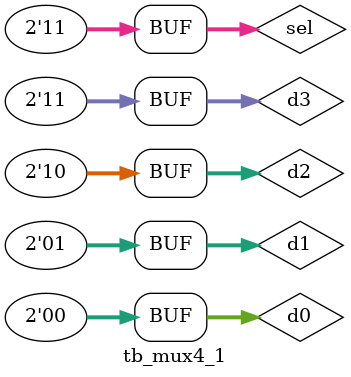
<source format=sv>

`timescale 1ns/1ns

module tb_mux4_1 ();

logic	[1: 0]		d0;
logic	[1: 0]		d1;
logic	[1: 0]		d2;
logic	[1: 0]		d3;
logic	[1: 0]		sel;
logic	[1: 0]		mux_out;

initial begin
	d0		=	2'd0;
	d1		=	2'd1;
	d2		=	2'd2;
	d3		=	2'd3;

	sel		=	2'b00;
	#100;
	sel		=	2'b01;
	#100;
	sel		=	2'b10;
	#100;
	sel		=	2'b11;
	#100;
end

mux4_1 u_mux4_1 (
	.d0			(d0),
	.d1			(d1),
	.d2			(d2),
	.d3			(d3),
	.sel		(sel),
	.mux_out	(mux_out)
);

endmodule


</source>
